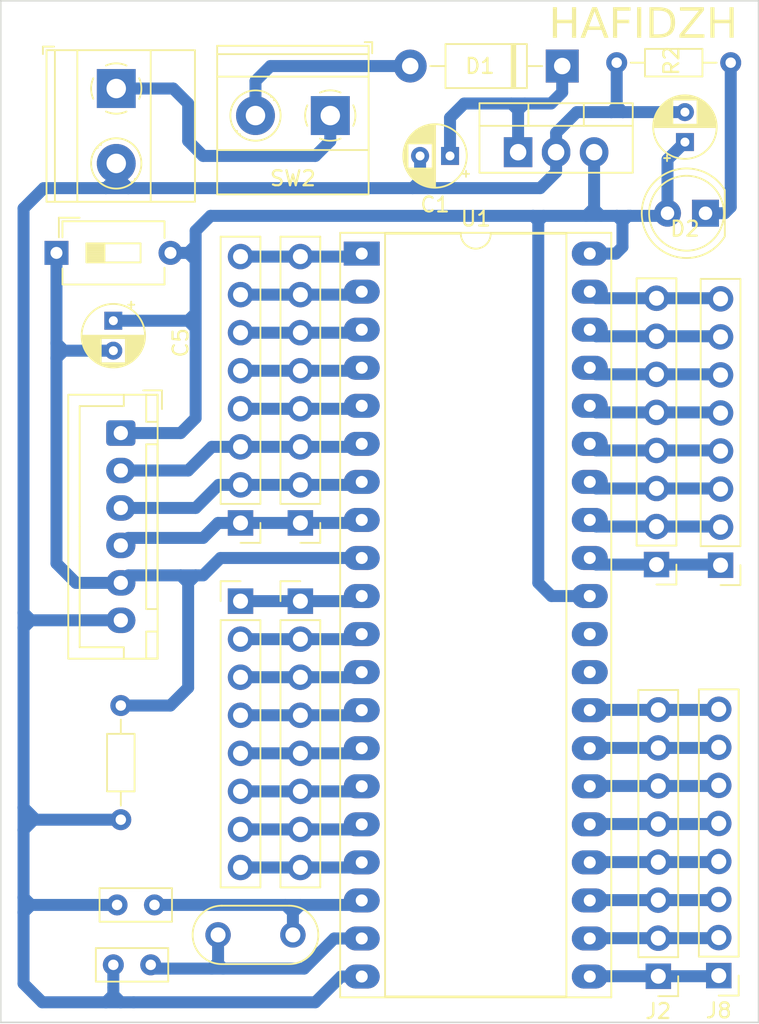
<source format=kicad_pcb>
(kicad_pcb (version 20240108) (generator "pcbnew") (generator_version "8.0")
  (layers (0 "F.Cu" signal) (31 "B.Cu" signal) (34 "B.Paste" user) (35 "F.Paste" user) (36 "B.SilkS" user "B.Silkscreen") (37 "F.SilkS" user "F.Silkscreen") (38 "B.Mask" user) (39 "F.Mask" user) (44 "Edge.Cuts" user))
  (net 0 "")
  (net 1 "GND")
  (net 2 "Net-(D1-K)")
  (net 3 "+5V")
  (net 4 "xtal1")
  (net 5 "xtal2")
  (net 6 "RST")
  (net 7 "Net-(D1-A)")
  (net 8 "Net-(D2-K)")
  (net 9 "+12V")
  (net 10 "/A14{slash}P2.6")
  (net 11 "/A11{slash}P2.3")
  (net 12 "/A10{slash}P2.2")
  (net 13 "/A8{slash}P2.0")
  (net 14 "/A13{slash}P2.5")
  (net 15 "/A9{slash}P2.1")
  (net 16 "/A12{slash}P2.4")
  (net 17 "/A15{slash}P2.7")
  (net 18 "/~{WR}{slash}P3.6")
  (net 19 "/T0{slash}P3.4")
  (net 20 "/~{INT1}{slash}P3.3")
  (net 21 "/TXD{slash}P3.1")
  (net 22 "/T1{slash}P3.5")
  (net 23 "/~{RD}{slash}P3.7")
  (net 24 "/RXD{slash}P3.0")
  (net 25 "/~{INT0}{slash}P3.2")
  (net 26 "/AD0{slash}P0.0")
  (net 27 "/AD2{slash}P0.2")
  (net 28 "/AD4{slash}P0.4")
  (net 29 "/AD5{slash}P0.5")
  (net 30 "/AD1{slash}P0.1")
  (net 31 "/AD7{slash}P0.7")
  (net 32 "/AD3{slash}P0.3")
  (net 33 "/AD6{slash}P0.6")
  (net 34 "/MISO{slash}P1.6")
  (net 35 "/SCK{slash}P1.7")
  (net 36 "/P1.0")
  (net 37 "/P1.4")
  (net 38 "/P1.2")
  (net 39 "/MOSI{slash}P1.5")
  (net 40 "/P1.3")
  (net 41 "/P1.1")
  (footprint "Connector_PinHeader_2.54mm:PinHeader_1x08_P2.54mm_Vertical" (layer "F.Cu") (at 110.08 82.32 180)
    (property "Reference" "J6" (hide yes))
    (property "Value" "P0")
    (pad "1" thru_hole rect (at 0 0 180) (size 1.7 1.7) (drill 1) (layers "*.Cu" "*.Mask") (net 31 "/AD7{slash}P0.7"))
    (pad "2" thru_hole oval (at 0 2.54 180) (size 1.7 1.7) (drill 1) (layers "*.Cu" "*.Mask") (net 33 "/AD6{slash}P0.6"))
    (pad "3" thru_hole oval (at 0 5.08 180) (size 1.7 1.7) (drill 1) (layers "*.Cu" "*.Mask") (net 29 "/AD5{slash}P0.5"))
    (pad "4" thru_hole oval (at 0 7.62 180) (size 1.7 1.7) (drill 1) (layers "*.Cu" "*.Mask") (net 28 "/AD4{slash}P0.4"))
    (pad "5" thru_hole oval (at 0 10.16 180) (size 1.7 1.7) (drill 1) (layers "*.Cu" "*.Mask") (net 32 "/AD3{slash}P0.3"))
    (pad "6" thru_hole oval (at 0 12.7 180) (size 1.7 1.7) (drill 1) (layers "*.Cu" "*.Mask") (net 27 "/AD2{slash}P0.2"))
    (pad "7" thru_hole oval (at 0 15.24 180) (size 1.7 1.7) (drill 1) (layers "*.Cu" "*.Mask") (net 30 "/AD1{slash}P0.1"))
    (pad "8" thru_hole oval (at 0 17.78 180) (size 1.7 1.7) (drill 1) (layers "*.Cu" "*.Mask") (net 26 "/AD0{slash}P0.0"))
  )
  (footprint "Capacitor_THT:CP_Radial_D4.0mm_P2.00mm" (layer "F.Cu") (at 107.7 54.075 90)
    (property "Reference" "C2" (hide yes))
    (property "Value" "10uF" (hide yes))
    (pad "1" thru_hole rect (at 0 0 90) (size 1.2 1.2) (drill 0.6) (layers "*.Cu" "*.Mask") (net 3 "+5V"))
    (pad "2" thru_hole circle (at 2 0 90) (size 1.2 1.2) (drill 0.6) (layers "*.Cu" "*.Mask") (net 1 "GND"))
  )
  (footprint "Connector_PinHeader_2.54mm:PinHeader_1x08_P2.54mm_Vertical" (layer "F.Cu") (at 82 84.72)
    (property "Reference" "J3" (hide yes))
    (property "Value" "P3" (hide yes))
    (pad "1" thru_hole rect (at 0 0) (size 1.7 1.7) (drill 1) (layers "*.Cu" "*.Mask") (net 24 "/RXD{slash}P3.0"))
    (pad "2" thru_hole oval (at 0 2.54) (size 1.7 1.7) (drill 1) (layers "*.Cu" "*.Mask") (net 21 "/TXD{slash}P3.1"))
    (pad "3" thru_hole oval (at 0 5.08) (size 1.7 1.7) (drill 1) (layers "*.Cu" "*.Mask") (net 25 "/~{INT0}{slash}P3.2"))
    (pad "4" thru_hole oval (at 0 7.62) (size 1.7 1.7) (drill 1) (layers "*.Cu" "*.Mask") (net 20 "/~{INT1}{slash}P3.3"))
    (pad "5" thru_hole oval (at 0 10.16) (size 1.7 1.7) (drill 1) (layers "*.Cu" "*.Mask") (net 19 "/T0{slash}P3.4"))
    (pad "6" thru_hole oval (at 0 12.7) (size 1.7 1.7) (drill 1) (layers "*.Cu" "*.Mask") (net 22 "/T1{slash}P3.5"))
    (pad "7" thru_hole oval (at 0 15.24) (size 1.7 1.7) (drill 1) (layers "*.Cu" "*.Mask") (net 18 "/~{WR}{slash}P3.6"))
    (pad "8" thru_hole oval (at 0 17.78) (size 1.7 1.7) (drill 1) (layers "*.Cu" "*.Mask") (net 23 "/~{RD}{slash}P3.7"))
  )
  (footprint "Connector_PinHeader_2.54mm:PinHeader_1x08_P2.54mm_Vertical" (layer "F.Cu") (at 78 79.5 180)
    (property "Reference" "J7" (hide yes))
    (property "Value" "P1")
    (pad "1" thru_hole rect (at 0 0 180) (size 1.7 1.7) (drill 1) (layers "*.Cu" "*.Mask") (net 35 "/SCK{slash}P1.7"))
    (pad "2" thru_hole oval (at 0 2.54 180) (size 1.7 1.7) (drill 1) (layers "*.Cu" "*.Mask") (net 34 "/MISO{slash}P1.6"))
    (pad "3" thru_hole oval (at 0 5.08 180) (size 1.7 1.7) (drill 1) (layers "*.Cu" "*.Mask") (net 39 "/MOSI{slash}P1.5"))
    (pad "4" thru_hole oval (at 0 7.62 180) (size 1.7 1.7) (drill 1) (layers "*.Cu" "*.Mask") (net 37 "/P1.4"))
    (pad "5" thru_hole oval (at 0 10.16 180) (size 1.7 1.7) (drill 1) (layers "*.Cu" "*.Mask") (net 40 "/P1.3"))
    (pad "6" thru_hole oval (at 0 12.7 180) (size 1.7 1.7) (drill 1) (layers "*.Cu" "*.Mask") (net 38 "/P1.2"))
    (pad "7" thru_hole oval (at 0 15.24 180) (size 1.7 1.7) (drill 1) (layers "*.Cu" "*.Mask") (net 41 "/P1.1"))
    (pad "8" thru_hole oval (at 0 17.78 180) (size 1.7 1.7) (drill 1) (layers "*.Cu" "*.Mask") (net 36 "/P1.0"))
  )
  (footprint "Capacitor_THT:CP_Radial_D4.0mm_P2.00mm" (layer "F.Cu") (at 69.5 66 -90)
    (property "Reference" "C5" (at 1.475 -4.5 90) (layer "F.SilkS"))
    (property "Value" "47uF" (hide yes))
    (pad "1" thru_hole rect (at 0 0 270) (size 1.2 1.2) (drill 0.6) (layers "*.Cu" "*.Mask") (net 3 "+5V"))
    (pad "2" thru_hole circle (at 2 0 270) (size 1.2 1.2) (drill 0.6) (layers "*.Cu" "*.Mask") (net 6 "RST"))
  )
  (footprint "Connector_PinHeader_2.54mm:PinHeader_1x08_P2.54mm_Vertical" (layer "F.Cu") (at 105.92 109.76 180)
    (property "Reference" "J2" (at 0 -2.33 0) (layer "F.SilkS"))
    (property "Value" "P2" (hide yes))
    (pad "1" thru_hole rect (at 0 0 180) (size 1.7 1.7) (drill 1) (layers "*.Cu" "*.Mask") (net 13 "/A8{slash}P2.0"))
    (pad "2" thru_hole oval (at 0 2.54 180) (size 1.7 1.7) (drill 1) (layers "*.Cu" "*.Mask") (net 15 "/A9{slash}P2.1"))
    (pad "3" thru_hole oval (at 0 5.08 180) (size 1.7 1.7) (drill 1) (layers "*.Cu" "*.Mask") (net 12 "/A10{slash}P2.2"))
    (pad "4" thru_hole oval (at 0 7.62 180) (size 1.7 1.7) (drill 1) (layers "*.Cu" "*.Mask") (net 11 "/A11{slash}P2.3"))
    (pad "5" thru_hole oval (at 0 10.16 180) (size 1.7 1.7) (drill 1) (layers "*.Cu" "*.Mask") (net 16 "/A12{slash}P2.4"))
    (pad "6" thru_hole oval (at 0 12.7 180) (size 1.7 1.7) (drill 1) (layers "*.Cu" "*.Mask") (net 14 "/A13{slash}P2.5"))
    (pad "7" thru_hole oval (at 0 15.24 180) (size 1.7 1.7) (drill 1) (layers "*.Cu" "*.Mask") (net 10 "/A14{slash}P2.6"))
    (pad "8" thru_hole oval (at 0 17.78 180) (size 1.7 1.7) (drill 1) (layers "*.Cu" "*.Mask") (net 17 "/A15{slash}P2.7"))
  )
  (footprint "TerminalBlock_Phoenix:TerminalBlock_Phoenix_MKDS-1,5-2_1x02_P5.00mm_Horizontal" (layer "F.Cu") (at 69.695 50.5 -90)
    (property "Reference" "J1" (hide yes))
    (property "Value" "xt con")
    (pad "1" thru_hole rect (at 0 0 270) (size 2.6 2.6) (drill 1.3) (layers "*.Cu" "*.Mask") (net 9 "+12V"))
    (pad "2" thru_hole circle (at 5 0 270) (size 2.6 2.6) (drill 1.3) (layers "*.Cu" "*.Mask") (net 1 "GND"))
  )
  (footprint "Resistor_THT:R_Axial_DIN0204_L3.6mm_D1.6mm_P7.62mm_Horizontal" (layer "F.Cu") (at 70 91.69 -90)
    (property "Reference" "R1" (hide yes))
    (property "Value" "10k")
    (pad "1" thru_hole circle (at 0 0 270) (size 1.4 1.4) (drill 0.7) (layers "*.Cu" "*.Mask") (net 6 "RST"))
    (pad "2" thru_hole oval (at 7.62 0 270) (size 1.4 1.4) (drill 0.7) (layers "*.Cu" "*.Mask") (net 1 "GND"))
  )
  (footprint "TerminalBlock_Phoenix:TerminalBlock_Phoenix_MKDS-1,5-2_1x02_P5.00mm_Horizontal" (layer "F.Cu") (at 84 52.305 180)
    (property "Reference" "SW2" (at 2.5 -4.195 0) (layer "F.SilkS"))
    (property "Value" "but" (hide yes))
    (pad "1" thru_hole rect (at 0 0 180) (size 2.6 2.6) (drill 1.3) (layers "*.Cu" "*.Mask") (net 9 "+12V"))
    (pad "2" thru_hole circle (at 5 0 180) (size 2.6 2.6) (drill 1.3) (layers "*.Cu" "*.Mask") (net 7 "Net-(D1-A)"))
  )
  (footprint "Capacitor_THT:CP_Radial_D4.0mm_P2.00mm" (layer "F.Cu") (at 92 55 180)
    (property "Reference" "C1" (at 1 -3.25 0) (layer "F.SilkS"))
    (property "Value" "4.7uF")
    (pad "1" thru_hole rect (at 0 0 180) (size 1.2 1.2) (drill 0.6) (layers "*.Cu" "*.Mask") (net 2 "Net-(D1-K)"))
    (pad "2" thru_hole circle (at 2 0 180) (size 1.2 1.2) (drill 0.6) (layers "*.Cu" "*.Mask") (net 1 "GND"))
  )
  (footprint "LED_THT:LED_D5.0mm" (layer "F.Cu") (at 109.075 58.825 180)
    (property "Reference" "D2" (at 1.375 -1.04 0) (layer "F.SilkS"))
    (property "Value" "LED" (hide yes))
    (pad "1" thru_hole rect (at 0 0 180) (size 1.8 1.8) (drill 0.9) (layers "*.Cu" "*.Mask") (net 8 "Net-(D2-K)"))
    (pad "2" thru_hole circle (at 2.54 0 180) (size 1.8 1.8) (drill 0.9) (layers "*.Cu" "*.Mask") (net 3 "+5V"))
  )
  (footprint "Package_DIP:DIP-40_W15.24mm_Socket_LongPads" (layer "F.Cu") (at 86.1 61.52)
    (property "Reference" "U1" (at 7.62 -2.33 0) (layer "F.SilkS"))
    (property "Value" "AT89S51-24PU")
    (pad "1" thru_hole rect (at 0 0) (size 2.4 1.6) (drill 0.8) (layers "*.Cu" "*.Mask") (net 36 "/P1.0"))
    (pad "2" thru_hole oval (at 0 2.54) (size 2.4 1.6) (drill 0.8) (layers "*.Cu" "*.Mask") (net 41 "/P1.1"))
    (pad "3" thru_hole oval (at 0 5.08) (size 2.4 1.6) (drill 0.8) (layers "*.Cu" "*.Mask") (net 38 "/P1.2"))
    (pad "4" thru_hole oval (at 0 7.62) (size 2.4 1.6) (drill 0.8) (layers "*.Cu" "*.Mask") (net 40 "/P1.3"))
    (pad "5" thru_hole oval (at 0 10.16) (size 2.4 1.6) (drill 0.8) (layers "*.Cu" "*.Mask") (net 37 "/P1.4"))
    (pad "6" thru_hole oval (at 0 12.7) (size 2.4 1.6) (drill 0.8) (layers "*.Cu" "*.Mask") (net 39 "/MOSI{slash}P1.5"))
    (pad "7" thru_hole oval (at 0 15.24) (size 2.4 1.6) (drill 0.8) (layers "*.Cu" "*.Mask") (net 34 "/MISO{slash}P1.6"))
    (pad "8" thru_hole oval (at 0 17.78) (size 2.4 1.6) (drill 0.8) (layers "*.Cu" "*.Mask") (net 35 "/SCK{slash}P1.7"))
    (pad "9" thru_hole oval (at 0 20.32) (size 2.4 1.6) (drill 0.8) (layers "*.Cu" "*.Mask") (net 6 "RST"))
    (pad "10" thru_hole oval (at 0 22.86) (size 2.4 1.6) (drill 0.8) (layers "*.Cu" "*.Mask") (net 24 "/RXD{slash}P3.0"))
    (pad "11" thru_hole oval (at 0 25.4) (size 2.4 1.6) (drill 0.8) (layers "*.Cu" "*.Mask") (net 21 "/TXD{slash}P3.1"))
    (pad "12" thru_hole oval (at 0 27.94) (size 2.4 1.6) (drill 0.8) (layers "*.Cu" "*.Mask") (net 25 "/~{INT0}{slash}P3.2"))
    (pad "13" thru_hole oval (at 0 30.48) (size 2.4 1.6) (drill 0.8) (layers "*.Cu" "*.Mask") (net 20 "/~{INT1}{slash}P3.3"))
    (pad "14" thru_hole oval (at 0 33.02) (size 2.4 1.6) (drill 0.8) (layers "*.Cu" "*.Mask") (net 19 "/T0{slash}P3.4"))
    (pad "15" thru_hole oval (at 0 35.56) (size 2.4 1.6) (drill 0.8) (layers "*.Cu" "*.Mask") (net 22 "/T1{slash}P3.5"))
    (pad "16" thru_hole oval (at 0 38.1) (size 2.4 1.6) (drill 0.8) (layers "*.Cu" "*.Mask") (net 18 "/~{WR}{slash}P3.6"))
    (pad "17" thru_hole oval (at 0 40.64) (size 2.4 1.6) (drill 0.8) (layers "*.Cu" "*.Mask") (net 23 "/~{RD}{slash}P3.7"))
    (pad "18" thru_hole oval (at 0 43.18) (size 2.4 1.6) (drill 0.8) (layers "*.Cu" "*.Mask") (net 5 "xtal2"))
    (pad "19" thru_hole oval (at 0 45.72) (size 2.4 1.6) (drill 0.8) (layers "*.Cu" "*.Mask") (net 4 "xtal1"))
    (pad "20" thru_hole oval (at 0 48.26) (size 2.4 1.6) (drill 0.8) (layers "*.Cu" "*.Mask") (net 1 "GND"))
    (pad "21" thru_hole oval (at 15.24 48.26) (size 2.4 1.6) (drill 0.8) (layers "*.Cu" "*.Mask") (net 13 "/A8{slash}P2.0"))
    (pad "22" thru_hole oval (at 15.24 45.72) (size 2.4 1.6) (drill 0.8) (layers "*.Cu" "*.Mask") (net 15 "/A9{slash}P2.1"))
    (pad "23" thru_hole oval (at 15.24 43.18) (size 2.4 1.6) (drill 0.8) (layers "*.Cu" "*.Mask") (net 12 "/A10{slash}P2.2"))
    (pad "24" thru_hole oval (at 15.24 40.64) (size 2.4 1.6) (drill 0.8) (layers "*.Cu" "*.Mask") (net 11 "/A11{slash}P2.3"))
    (pad "25" thru_hole oval (at 15.24 38.1) (size 2.4 1.6) (drill 0.8) (layers "*.Cu" "*.Mask") (net 16 "/A12{slash}P2.4"))
    (pad "26" thru_hole oval (at 15.24 35.56) (size 2.4 1.6) (drill 0.8) (layers "*.Cu" "*.Mask") (net 14 "/A13{slash}P2.5"))
    (pad "27" thru_hole oval (at 15.24 33.02) (size 2.4 1.6) (drill 0.8) (layers "*.Cu" "*.Mask") (net 10 "/A14{slash}P2.6"))
    (pad "28" thru_hole oval (at 15.24 30.48) (size 2.4 1.6) (drill 0.8) (layers "*.Cu" "*.Mask") (net 17 "/A15{slash}P2.7"))
    (pad "29" thru_hole oval (at 15.24 27.94) (size 2.4 1.6) (drill 0.8) (layers "*.Cu" "*.Mask"))
    (pad "30" thru_hole oval (at 15.24 25.4) (size 2.4 1.6) (drill 0.8) (layers "*.Cu" "*.Mask"))
    (pad "31" thru_hole oval (at 15.24 22.86) (size 2.4 1.6) (drill 0.8) (layers "*.Cu" "*.Mask") (net 3 "+5V"))
    (pad "32" thru_hole oval (at 15.24 20.32) (size 2.4 1.6) (drill 0.8) (layers "*.Cu" "*.Mask") (net 31 "/AD7{slash}P0.7"))
    (pad "33" thru_hole oval (at 15.24 17.78) (size 2.4 1.6) (drill 0.8) (layers "*.Cu" "*.Mask") (net 33 "/AD6{slash}P0.6"))
    (pad "34" thru_hole oval (at 15.24 15.24) (size 2.4 1.6) (drill 0.8) (layers "*.Cu" "*.Mask") (net 29 "/AD5{slash}P0.5"))
    (pad "35" thru_hole oval (at 15.24 12.7) (size 2.4 1.6) (drill 0.8) (layers "*.Cu" "*.Mask") (net 28 "/AD4{slash}P0.4"))
    (pad "36" thru_hole oval (at 15.24 10.16) (size 2.4 1.6) (drill 0.8) (layers "*.Cu" "*.Mask") (net 32 "/AD3{slash}P0.3"))
    (pad "37" thru_hole oval (at 15.24 7.62) (size 2.4 1.6) (drill 0.8) (layers "*.Cu" "*.Mask") (net 27 "/AD2{slash}P0.2"))
    (pad "38" thru_hole oval (at 15.24 5.08) (size 2.4 1.6) (drill 0.8) (layers "*.Cu" "*.Mask") (net 30 "/AD1{slash}P0.1"))
    (pad "39" thru_hole oval (at 15.24 2.54) (size 2.4 1.6) (drill 0.8) (layers "*.Cu" "*.Mask") (net 26 "/AD0{slash}P0.0"))
    (pad "40" thru_hole oval (at 15.24 0) (size 2.4 1.6) (drill 0.8) (layers "*.Cu" "*.Mask") (net 3 "+5V"))
  )
  (footprint "Connector_PinHeader_2.54mm:PinHeader_1x08_P2.54mm_Vertical" (layer "F.Cu") (at 78 84.72)
    (property "Reference" "J9" (hide yes))
    (property "Value" "P3" (hide yes))
    (pad "1" thru_hole rect (at 0 0) (size 1.7 1.7) (drill 1) (layers "*.Cu" "*.Mask") (net 24 "/RXD{slash}P3.0"))
    (pad "2" thru_hole oval (at 0 2.54) (size 1.7 1.7) (drill 1) (layers "*.Cu" "*.Mask") (net 21 "/TXD{slash}P3.1"))
    (pad "3" thru_hole oval (at 0 5.08) (size 1.7 1.7) (drill 1) (layers "*.Cu" "*.Mask") (net 25 "/~{INT0}{slash}P3.2"))
    (pad "4" thru_hole oval (at 0 7.62) (size 1.7 1.7) (drill 1) (layers "*.Cu" "*.Mask") (net 20 "/~{INT1}{slash}P3.3"))
    (pad "5" thru_hole oval (at 0 10.16) (size 1.7 1.7) (drill 1) (layers "*.Cu" "*.Mask") (net 19 "/T0{slash}P3.4"))
    (pad "6" thru_hole oval (at 0 12.7) (size 1.7 1.7) (drill 1) (layers "*.Cu" "*.Mask") (net 22 "/T1{slash}P3.5"))
    (pad "7" thru_hole oval (at 0 15.24) (size 1.7 1.7) (drill 1) (layers "*.Cu" "*.Mask") (net 18 "/~{WR}{slash}P3.6"))
    (pad "8" thru_hole oval (at 0 17.78) (size 1.7 1.7) (drill 1) (layers "*.Cu" "*.Mask") (net 23 "/~{RD}{slash}P3.7"))
  )
  (footprint "Capacitor_THT:C_Rect_L4.6mm_W2.0mm_P2.50mm_MKS02_FKP02" (layer "F.Cu") (at 69.75 105)
    (property "Reference" "C4" (hide yes))
    (property "Value" "30pF")
    (pad "1" thru_hole circle (at 0 0) (size 1.4 1.4) (drill 0.7) (layers "*.Cu" "*.Mask") (net 1 "GND"))
    (pad "2" thru_hole circle (at 2.5 0) (size 1.4 1.4) (drill 0.7) (layers "*.Cu" "*.Mask") (net 5 "xtal2"))
  )
  (footprint "Crystal:Resonator-2Pin_W8.0mm_H3.5mm" (layer "F.Cu") (at 81.5 107 180)
    (property "Reference" "Y1" (hide yes))
    (property "Value" "12MHz" (hide yes))
    (pad "1" thru_hole circle (at 0 0 180) (size 1.7 1.7) (drill 1) (layers "*.Cu" "*.Mask") (net 5 "xtal2"))
    (pad "2" thru_hole circle (at 5 0 180) (size 1.7 1.7) (drill 1) (layers "*.Cu" "*.Mask") (net 4 "xtal1"))
  )
  (footprint "Button_Switch_THT:SW_DIP_SPSTx01_Slide_6.7x4.1mm_W7.62mm_P2.54mm_LowProfile" (layer "F.Cu") (at 65.7 61.472599)
    (property "Reference" "SW1" (hide yes))
    (property "Value" "SW_Push")
    (pad "1" thru_hole rect (at 0 0) (size 1.6 1.6) (drill 0.8) (layers "*.Cu" "*.Mask") (net 6 "RST"))
    (pad "2" thru_hole oval (at 7.62 0) (size 1.6 1.6) (drill 0.8) (layers "*.Cu" "*.Mask") (net 3 "+5V"))
  )
  (footprint "Diode_THT:D_DO-41_SOD81_P10.16mm_Horizontal" (layer "F.Cu") (at 99.5 49 180)
    (property "Reference" "D1" (at 5.5 0 0) (layer "F.SilkS"))
    (property "Value" "1N4007")
    (pad "1" thru_hole rect (at 0 0 180) (size 2.2 2.2) (drill 1.1) (layers "*.Cu" "*.Mask") (net 2 "Net-(D1-K)"))
    (pad "2" thru_hole oval (at 10.16 0 180) (size 2.2 2.2) (drill 1.1) (layers "*.Cu" "*.Mask") (net 7 "Net-(D1-A)"))
  )
  (footprint "Connector_PinHeader_2.54mm:PinHeader_1x08_P2.54mm_Vertical" (layer "F.Cu") (at 82 79.5 180)
    (property "Reference" "J5" (hide yes))
    (property "Value" "P1")
    (pad "1" thru_hole rect (at 0 0 180) (size 1.7 1.7) (drill 1) (layers "*.Cu" "*.Mask") (net 35 "/SCK{slash}P1.7"))
    (pad "2" thru_hole oval (at 0 2.54 180) (size 1.7 1.7) (drill 1) (layers "*.Cu" "*.Mask") (net 34 "/MISO{slash}P1.6"))
    (pad "3" thru_hole oval (at 0 5.08 180) (size 1.7 1.7) (drill 1) (layers "*.Cu" "*.Mask") (net 39 "/MOSI{slash}P1.5"))
    (pad "4" thru_hole oval (at 0 7.62 180) (size 1.7 1.7) (drill 1) (layers "*.Cu" "*.Mask") (net 37 "/P1.4"))
    (pad "5" thru_hole oval (at 0 10.16 180) (size 1.7 1.7) (drill 1) (layers "*.Cu" "*.Mask") (net 40 "/P1.3"))
    (pad "6" thru_hole oval (at 0 12.7 180) (size 1.7 1.7) (drill 1) (layers "*.Cu" "*.Mask") (net 38 "/P1.2"))
    (pad "7" thru_hole oval (at 0 15.24 180) (size 1.7 1.7) (drill 1) (layers "*.Cu" "*.Mask") (net 41 "/P1.1"))
    (pad "8" thru_hole oval (at 0 17.78 180) (size 1.7 1.7) (drill 1) (layers "*.Cu" "*.Mask") (net 36 "/P1.0"))
  )
  (footprint "Connector_PinHeader_2.54mm:PinHeader_1x08_P2.54mm_Vertical" (layer "F.Cu") (at 105.8 82.28 180)
    (property "Reference" "J4" (hide yes))
    (property "Value" "P0")
    (pad "1" thru_hole rect (at 0 0 180) (size 1.7 1.7) (drill 1) (layers "*.Cu" "*.Mask") (net 31 "/AD7{slash}P0.7"))
    (pad "2" thru_hole oval (at 0 2.54 180) (size 1.7 1.7) (drill 1) (layers "*.Cu" "*.Mask") (net 33 "/AD6{slash}P0.6"))
    (pad "3" thru_hole oval (at 0 5.08 180) (size 1.7 1.7) (drill 1) (layers "*.Cu" "*.Mask") (net 29 "/AD5{slash}P0.5"))
    (pad "4" thru_hole oval (at 0 7.62 180) (size 1.7 1.7) (drill 1) (layers "*.Cu" "*.Mask") (net 28 "/AD4{slash}P0.4"))
    (pad "5" thru_hole oval (at 0 10.16 180) (size 1.7 1.7) (drill 1) (layers "*.Cu" "*.Mask") (net 32 "/AD3{slash}P0.3"))
    (pad "6" thru_hole oval (at 0 12.7 180) (size 1.7 1.7) (drill 1) (layers "*.Cu" "*.Mask") (net 27 "/AD2{slash}P0.2"))
    (pad "7" thru_hole oval (at 0 15.24 180) (size 1.7 1.7) (drill 1) (layers "*.Cu" "*.Mask") (net 30 "/AD1{slash}P0.1"))
    (pad "8" thru_hole oval (at 0 17.78 180) (size 1.7 1.7) (drill 1) (layers "*.Cu" "*.Mask") (net 26 "/AD0{slash}P0.0"))
  )
  (footprint "Connector_PinHeader_2.54mm:PinHeader_1x08_P2.54mm_Vertical" (layer "F.Cu") (at 109.96 109.72 180)
    (property "Reference" "J8" (at 0 -2.33 0) (layer "F.SilkS"))
    (property "Value" "P2")
    (pad "1" thru_hole rect (at 0 0 180) (size 1.7 1.7) (drill 1) (layers "*.Cu" "*.Mask") (net 13 "/A8{slash}P2.0"))
    (pad "2" thru_hole oval (at 0 2.54 180) (size 1.7 1.7) (drill 1) (layers "*.Cu" "*.Mask") (net 15 "/A9{slash}P2.1"))
    (pad "3" thru_hole oval (at 0 5.08 180) (size 1.7 1.7) (drill 1) (layers "*.Cu" "*.Mask") (net 12 "/A10{slash}P2.2"))
    (pad "4" thru_hole oval (at 0 7.62 180) (size 1.7 1.7) (drill 1) (layers "*.Cu" "*.Mask") (net 11 "/A11{slash}P2.3"))
    (pad "5" thru_hole oval (at 0 10.16 180) (size 1.7 1.7) (drill 1) (layers "*.Cu" "*.Mask") (net 16 "/A12{slash}P2.4"))
    (pad "6" thru_hole oval (at 0 12.7 180) (size 1.7 1.7) (drill 1) (layers "*.Cu" "*.Mask") (net 14 "/A13{slash}P2.5"))
    (pad "7" thru_hole oval (at 0 15.24 180) (size 1.7 1.7) (drill 1) (layers "*.Cu" "*.Mask") (net 10 "/A14{slash}P2.6"))
    (pad "8" thru_hole oval (at 0 17.78 180) (size 1.7 1.7) (drill 1) (layers "*.Cu" "*.Mask") (net 17 "/A15{slash}P2.7"))
  )
  (footprint "Resistor_THT:R_Axial_DIN0204_L3.6mm_D1.6mm_P7.62mm_Horizontal" (layer "F.Cu") (at 110.76 48.775 180)
    (property "Reference" "R2" (at 3.96 0.125 90) (layer "F.SilkS"))
    (property "Value" "100" (hide yes))
    (pad "1" thru_hole circle (at 0 0 180) (size 1.4 1.4) (drill 0.7) (layers "*.Cu" "*.Mask") (net 8 "Net-(D2-K)"))
    (pad "2" thru_hole oval (at 7.62 0 180) (size 1.4 1.4) (drill 0.7) (layers "*.Cu" "*.Mask") (net 1 "GND"))
  )
  (footprint "Package_TO_SOT_THT:TO-220-3_Vertical" (layer "F.Cu") (at 96.55 54.75)
    (property "Reference" "U2" (hide yes))
    (property "Value" "LM7805")
    (pad "1" thru_hole rect (at 0 0) (size 1.905 2) (drill 1.1) (layers "*.Cu" "*.Mask") (net 2 "Net-(D1-K)"))
    (pad "2" thru_hole oval (at 2.54 0) (size 1.905 2) (drill 1.1) (layers "*.Cu" "*.Mask") (net 1 "GND"))
    (pad "3" thru_hole oval (at 5.08 0) (size 1.905 2) (drill 1.1) (layers "*.Cu" "*.Mask") (net 3 "+5V"))
  )
  (footprint "Connector_JST:JST_XH_B6B-XH-A_1x06_P2.50mm_Vertical" (layer "F.Cu") (at 70 73.5 -90)
    (property "Reference" "J10" (hide yes))
    (property "Value" "jst" (hide yes))
    (pad "1" thru_hole roundrect (at 0 0 270) (size 1.7 1.95) (drill 0.95) (layers "*.Cu" "*.Mask") (roundrect_rratio 0.147059) (net 3 "+5V"))
    (pad "2" thru_hole oval (at 2.5 0 270) (size 1.7 1.95) (drill 0.95) (layers "*.Cu" "*.Mask") (net 39 "/MOSI{slash}P1.5"))
    (pad "3" thru_hole oval (at 5 0 270) (size 1.7 1.95) (drill 0.95) (layers "*.Cu" "*.Mask") (net 34 "/MISO{slash}P1.6"))
    (pad "4" thru_hole oval (at 7.5 0 270) (size 1.7 1.95) (drill 0.95) (layers "*.Cu" "*.Mask") (net 35 "/SCK{slash}P1.7"))
    (pad "5" thru_hole oval (at 10 0 270) (size 1.7 1.95) (drill 0.95) (layers "*.Cu" "*.Mask") (net 6 "RST"))
    (pad "6" thru_hole oval (at 12.5 0 270) (size 1.7 1.95) (drill 0.95) (layers "*.Cu" "*.Mask") (net 1 "GND"))
  )
  (footprint "Capacitor_THT:C_Rect_L4.6mm_W2.0mm_P2.50mm_MKS02_FKP02" (layer "F.Cu") (at 72 109 180)
    (property "Reference" "C3" (hide yes))
    (property "Value" "30pF")
    (pad "1" thru_hole circle (at 0 0 180) (size 1.4 1.4) (drill 0.7) (layers "*.Cu" "*.Mask") (net 4 "xtal1"))
    (pad "2" thru_hole circle (at 2.5 0 180) (size 1.4 1.4) (drill 0.7) (layers "*.Cu" "*.Mask") (net 1 "GND"))
  )
  (gr_rect (start 61.976 44.6405) (end 112.617 112.8395) (stroke (width 0.1)) (fill none) (layer "Edge.Cuts"))
  (gr_text "HAFIDZH" (at 98.6 47.45 0) (layer "F.SilkS") (effects (font (size 2 2)) (justify left bottom)))
  (segment (start 99.09 54.75) (end 99.09 56.085) (width 0.8) (layer "B.Cu") (net 1))
  (segment (start 63.5 58.5) (end 64.85 57.15) (width 0.8) (layer "B.Cu") (net 1))
  (segment (start 64.75 111.5) (end 69 111.5) (width 0.8) (layer "B.Cu") (net 1))
  (segment (start 69.5 111) (end 70 111.5) (width 0.8) (layer "B.Cu") (net 1))
  (segment (start 69.5 109) (end 69.5 110.5) (width 0.8) (layer "B.Cu") (net 1))
  (segment (start 99.09 53.46) (end 100.475 52.075) (width 0.8) (layer "B.Cu") (net 1))
  (segment (start 98.025 57.15) (end 90.5 57.15) (width 0.8) (layer "B.Cu") (net 1))
  (segment (start 63.5 110.25) (end 64.75 111.5) (width 0.8) (layer "B.Cu") (net 1))
  (segment (start 63.5 100) (end 63.5 104.5) (width 0.8) (layer "B.Cu") (net 1))
  (segment (start 64.85 57.15) (end 69 57.15) (width 0.8) (layer "B.Cu") (net 1))
  (segment (start 64 105) (end 63.5 104.5) (width 0.8) (layer "B.Cu") (net 1))
  (segment (start 64 105) (end 63.5 105.5) (width 0.8) (layer "B.Cu") (net 1))
  (segment (start 70 111.5) (end 69 111.5) (width 0.8) (layer "B.Cu") (net 1))
  (segment (start 103.14 51.3) (end 103.14 51.71) (width 0.8) (layer "B.Cu") (net 1))
  (segment (start 84.72 109.78) (end 86.1 109.78) (width 0.8) (layer "B.Cu") (net 1))
  (segment (start 64.19 99.31) (end 63.5 100) (width 0.8) (layer "B.Cu") (net 1))
  (segment (start 90 56.65) (end 89.5 57.15) (width 0.8) (layer "B.Cu") (net 1))
  (segment (start 64 86) (end 63.5 86.5) (width 0.8) (layer "B.Cu") (net 1))
  (segment (start 99.09 54.75) (end 99.09 53.46) (width 0.8) (layer "B.Cu") (net 1))
  (segment (start 69.5 111) (end 69 111.5) (width 0.8) (layer "B.Cu") (net 1))
  (segment (start 103.14 51.665) (end 103.55 52.075) (width 0.8) (layer "B.Cu") (net 1))
  (segment (start 63.5 98.5) (end 63.5 100) (width 0.8) (layer "B.Cu") (net 1))
  (segment (start 63.5 86.5) (end 63.5 98.5) (width 0.8) (layer "B.Cu") (net 1))
  (segment (start 100.475 52.075) (end 102.775 52.075) (width 0.8) (layer "B.Cu") (net 1))
  (segment (start 70.5 57.15) (end 89.5 57.15) (width 0.8) (layer "B.Cu") (net 1))
  (segment (start 69.75 105) (end 64 105) (width 0.8) (layer "B.Cu") (net 1))
  (segment (start 103.14 51.71) (end 102.775 52.075) (width 0.8) (layer "B.Cu") (net 1))
  (segment (start 69.695 56.455) (end 69 57.15) (width 0.8) (layer "B.Cu") (net 1))
  (segment (start 70 99.31) (end 64.31 99.31) (width 0.8) (layer "B.Cu") (net 1))
  (segment (start 70 86) (end 64 86) (width 0.8) (layer "B.Cu") (net 1))
  (segment (start 83 111.5) (end 84.72 109.78) (width 0.8) (layer "B.Cu") (net 1))
  (segment (start 63.5 105.5) (end 63.5 110.25) (width 0.8) (layer "B.Cu") (net 1))
  (segment (start 102.775 52.075) (end 103.55 52.075) (width 0.8) (layer "B.Cu") (net 1))
  (segment (start 64.31 99.31) (end 63.5 98.5) (width 0.8) (layer "B.Cu") (net 1))
  (segment (start 63.5 86.5) (end 63.5 85.5) (width 0.8) (layer "B.Cu") (net 1))
  (segment (start 63.5 85.5) (end 63.5 58.5) (width 0.8) (layer "B.Cu") (net 1))
  (segment (start 69.695 56.345) (end 70.5 57.15) (width 0.8) (layer "B.Cu") (net 1))
  (segment (start 70.858 111.5) (end 83 111.5) (width 0.8) (layer "B.Cu") (net 1))
  (segment (start 63.5 104.5) (end 63.5 105.5) (width 0.8) (layer "B.Cu") (net 1))
  (segment (start 69.5 110.5) (end 69.5 111) (width 0.8) (layer "B.Cu") (net 1))
  (segment (start 99.09 56.085) (end 98.025 57.15) (width 0.8) (layer "B.Cu") (net 1))
  (segment (start 103.14 48.775) (end 103.14 51.3) (width 0.8) (layer "B.Cu") (net 1))
  (segment (start 90 56.65) (end 90.5 57.15) (width 0.8) (layer "B.Cu") (net 1))
  (segment (start 103.55 52.075) (end 107.7 52.075) (width 0.8) (layer "B.Cu") (net 1))
  (segment (start 64 86) (end 63.5 85.5) (width 0.8) (layer "B.Cu") (net 1))
  (segment (start 90.5 57.15) (end 89.5 57.15) (width 0.8) (layer "B.Cu") (net 1))
  (segment (start 103.14 51.3) (end 103.14 51.665) (width 0.8) (layer "B.Cu") (net 1))
  (segment (start 69.695 55.5) (end 69.695 56.345) (width 0.8) (layer "B.Cu") (net 1))
  (segment (start 69.695 55.5) (end 69.695 56.455) (width 0.8) (layer "B.Cu") (net 1))
  (segment (start 70.858 111.5) (end 70 111.5) (width 0.8) (layer "B.Cu") (net 1))
  (segment (start 90 55) (end 90 56.65) (width 0.8) (layer "B.Cu") (net 1))
  (segment (start 69 57.15) (end 70.5 57.15) (width 0.8) (layer "B.Cu") (net 1))
  (segment (start 64.31 99.31) (end 64.19 99.31) (width 0.8) (layer "B.Cu") (net 1))
  (segment (start 92 52.45) (end 92.95 51.5) (width 0.8) (layer "B.Cu") (net 2))
  (segment (start 97 51.5) (end 98.75 51.5) (width 0.8) (layer "B.Cu") (net 2))
  (segment (start 96.55 54.75) (end 96.55 51.95) (width 0.8) (layer "B.Cu") (net 2))
  (segment (start 92.95 51.5) (end 96.1 51.5) (width 0.8) (layer "B.Cu") (net 2))
  (segment (start 99.5 50.75) (end 99.5 49) (width 0.8) (layer "B.Cu") (net 2))
  (segment (start 92 55) (end 92 52.45) (width 0.8) (layer "B.Cu") (net 2))
  (segment (start 96.1 51.5) (end 97 51.5) (width 0.8) (layer "B.Cu") (net 2))
  (segment (start 96.55 51.95) (end 96.1 51.5) (width 0.8) (layer "B.Cu") (net 2))
  (segment (start 98.75 51.5) (end 99.5 50.75) (width 0.8) (layer "B.Cu") (net 2))
  (segment (start 96.55 51.95) (end 97 51.5) (width 0.8) (layer "B.Cu") (net 2))
  (segment (start 101.63 58.47) (end 101.63 58.555) (width 0.8) (layer "B.Cu") (net 3))
  (segment (start 70 73.5) (end 74 73.5) (width 0.8) (layer "B.Cu") (net 3))
  (segment (start 97.9 59.35) (end 97.55 59) (width 0.8) (layer "B.Cu") (net 3))
  (segment (start 101.63 58.555) (end 102.075 59) (width 0.8) (layer "B.Cu") (net 3))
  (segment (start 106.5 58.825) (end 106.325 59) (width 0.8) (layer "B.Cu") (net 3))
  (segment (start 101.63 58.47) (end 101.1 59) (width 0.8) (layer "B.Cu") (net 3))
  (segment (start 101.63 54.75) (end 101.63 58.47) (width 0.8) (layer "B.Cu") (net 3))
  (segment (start 97.9 83.5) (end 97.9 59.35) (width 0.8) (layer "B.Cu") (net 3))
  (segment (start 98.78 84.38) (end 97.9 83.5) (width 0.8) (layer "B.Cu") (net 3))
  (segment (start 74.5 66) (end 75 66.5) (width 0.8) (layer "B.Cu") (net 3))
  (segment (start 74 73.5) (end 75 72.5) (width 0.8) (layer "B.Cu") (net 3))
  (segment (start 101.1 59) (end 97.55 59) (width 0.8) (layer "B.Cu") (net 3))
  (segment (start 103.525 61.075) (end 103.525 59.375) (width 0.8) (layer "B.Cu") (net 3))
  (segment (start 73.32 61.472599) (end 74.5 61.472599) (width 0.8) (layer "B.Cu") (net 3))
  (segment (start 75 72.5) (end 75 66.5) (width 0.8) (layer "B.Cu") (net 3))
  (segment (start 106.325 59) (end 104.05 59) (width 0.8) (layer "B.Cu") (net 3))
  (segment (start 74.5 61.472599) (end 75 60.972599) (width 0.8) (layer "B.Cu") (net 3))
  (segment (start 103.9 59) (end 104.05 59) (width 0.8) (layer "B.Cu") (net 3))
  (segment (start 103.08 61.52) (end 103.525 61.075) (width 0.8) (layer "B.Cu") (net 3))
  (segment (start 104.05 59) (end 103.15 59) (width 0.8) (layer "B.Cu") (net 3))
  (segment (start 103.525 59.375) (end 103.15 59) (width 0.8) (layer "B.Cu") (net 3))
  (segment (start 75 65.5) (end 75 61.972599) (width 0.8) (layer "B.Cu") (net 3))
  (segment (start 97.55 59) (end 76 59) (width 0.8) (layer "B.Cu") (net 3))
  (segment (start 106.535 58.825) (end 106.535 55.24) (width 0.8) (layer "B.Cu") (net 3))
  (segment (start 74.5 66) (end 75 65.5) (width 0.8) (layer "B.Cu") (net 3))
  (segment (start 103.15 59) (end 102.075 59) (width 0.8) (layer "B.Cu") (net 3))
  (segment (start 74.5 61.472599) (end 75 61.972599) (width 0.8) (layer "B.Cu") (net 3))
  (segment (start 102.075 59) (end 101.1 59) (width 0.8) (layer "B.Cu") (net 3))
  (segment (start 76 59) (end 75 60) (width 0.8) (layer "B.Cu") (net 3))
  (segment (start 106.535 58.825) (end 106.5 58.825) (width 0.8) (layer "B.Cu") (net 3))
  (segment (start 75 60.972599) (end 75 61.972599) (width 0.8) (layer "B.Cu") (net 3))
  (segment (start 101.34 61.52) (end 103.08 61.52) (width 0.8) (layer "B.Cu") (net 3))
  (segment (start 75 60) (end 75 60.972599) (width 0.8) (layer "B.Cu") (net 3))
  (segment (start 69.5 66) (end 74.5 66) (width 0.8) (layer "B.Cu") (net 3))
  (segment (start 103.525 59.375) (end 103.9 59) (width 0.8) (layer "B.Cu") (net 3))
  (segment (start 75 66.5) (end 75 65.5) (width 0.8) (layer "B.Cu") (net 3))
  (segment (start 101.34 84.38) (end 98.78 84.38) (width 0.8) (layer "B.Cu") (net 3))
  (segment (start 97.9 59.35) (end 98.25 59) (width 0.8) (layer "B.Cu") (net 3))
  (segment (start 106.5 58.825) (end 106.2 59.125) (width 0.8) (layer "B.Cu") (net 3))
  (segment (start 106.535 55.24) (end 107.7 54.075) (width 0.8) (layer "B.Cu") (net 3))
  (segment (start 72.25 109.25) (end 76.073 109.25) (width 0.8) (layer "B.Cu") (net 4))
  (segment (start 76.073 109.25) (end 76.835 109.25) (width 0.8) (layer "B.Cu") (net 4))
  (segment (start 76.5 108.915) (end 76.835 109.25) (width 0.8) (layer "B.Cu") (net 4))
  (segment (start 76.5 108.823) (end 76.073 109.25) (width 0.8) (layer "B.Cu") (net 4))
  (segment (start 84.26 107.24) (end 86.1 107.24) (width 0.8) (layer "B.Cu") (net 4))
  (segment (start 82.25 109.25) (end 84.26 107.24) (width 0.8) (layer "B.Cu") (net 4))
  (segment (start 76.5 108.823) (end 76.5 108.915) (width 0.8) (layer "B.Cu") (net 4))
  (segment (start 76.5 107) (end 76.5 108.823) (width 0.8) (layer "B.Cu") (net 4))
  (segment (start 76.835 109.25) (end 82.25 109.25) (width 0.8) (layer "B.Cu") (net 4))
  (segment (start 81.5 105.5) (end 82 105) (width 0.8) (layer "B.Cu") (net 5))
  (segment (start 81.5 105.5) (end 81 105) (width 0.8) (layer "B.Cu") (net 5))
  (segment (start 81 105) (end 82 105) (width 0.8) (layer "B.Cu") (net 5))
  (segment (start 81.5 107) (end 81.5 105.5) (width 0.8) (layer "B.Cu") (net 5))
  (segment (start 82 105) (end 85.8 105) (width 0.8) (layer "B.Cu") (net 5))
  (segment (start 85.8 105) (end 86.1 104.7) (width 0.8) (layer "B.Cu") (net 5))
  (segment (start 72.25 105) (end 81 105) (width 0.8) (layer "B.Cu") (net 5))
  (segment (start 74 83) (end 75 83) (width 0.8) (layer "B.Cu") (net 6))
  (segment (start 67 83.5) (end 70 83.5) (width 0.8) (layer "B.Cu") (net 6))
  (segment (start 73.31 91.69) (end 74.5 90.5) (width 0.8) (layer "B.Cu") (net 6))
  (segment (start 75 83) (end 75.5 83) (width 0.8) (layer "B.Cu") (net 6))
  (segment (start 74.5 90.5) (end 74.5 83.5) (width 0.8) (layer "B.Cu") (net 6))
  (segment (start 70.5 83) (end 74 83) (width 0.8) (layer "B.Cu") (net 6))
  (segment (start 75.5 83) (end 76.66 81.84) (width 0.8) (layer "B.Cu") (net 6))
  (segment (start 76.66 81.84) (end 86.1 81.84) (width 0.8) (layer "B.Cu") (net 6))
  (segment (start 74.5 83.5) (end 74 83) (width 0.8) (layer "B.Cu") (net 6))
  (segment (start 65.7 61.472599) (end 65.7 67.5) (width 0.8) (layer "B.Cu") (net 6))
  (segment (start 65.7 82.2) (end 67 83.5) (width 0.8) (layer "B.Cu") (net 6))
  (segment (start 66.2 68) (end 65.7 67.5) (width 0.8) (layer "B.Cu") (net 6))
  (segment (start 74.5 83.5) (end 75 83) (width 0.8) (layer "B.Cu") (net 6))
  (segment (start 66.2 68) (end 65.7 68.5) (width 0.8) (layer "B.Cu") (net 6))
  (segment (start 70 83.5) (end 70.5 83) (width 0.8) (layer "B.Cu") (net 6))
  (segment (start 70 91.69) (end 73.31 91.69) (width 0.8) (layer "B.Cu") (net 6))
  (segment (start 65.7 68.5) (end 65.7 82.2) (width 0.8) (layer "B.Cu") (net 6))
  (segment (start 65.7 67.5) (end 65.7 68.5) (width 0.8) (layer "B.Cu") (net 6))
  (segment (start 69.5 68) (end 66.2 68) (width 0.8) (layer "B.Cu") (net 6))
  (segment (start 80 49) (end 89.34 49) (width 0.8) (layer "B.Cu") (net 7))
  (segment (start 79 50) (end 80 49) (width 0.8) (layer "B.Cu") (net 7))
  (segment (start 79 52.305) (end 79 50) (width 0.8) (layer "B.Cu") (net 7))
  (segment (start 110.35 58.825) (end 109.075 58.825) (width 0.8) (layer "B.Cu") (net 8))
  (segment (start 110.76 48.775) (end 110.76 58.415) (width 0.8) (layer "B.Cu") (net 8))
  (segment (start 110.76 58.415) (end 110.35 58.825) (width 0.8) (layer "B.Cu") (net 8))
  (segment (start 74.5 51.5) (end 73.5 50.5) (width 0.8) (layer "B.Cu") (net 9))
  (segment (start 73.5 50.5) (end 69.695 50.5) (width 0.8) (layer "B.Cu") (net 9))
  (segment (start 83 55) (end 75.5 55) (width 0.8) (layer "B.Cu") (net 9))
  (segment (start 75.5 55) (end 74.5 54) (width 0.8) (layer "B.Cu") (net 9))
  (segment (start 74.5 54) (end 74.5 51.5) (width 0.8) (layer "B.Cu") (net 9))
  (segment (start 84 52.305) (end 84 54) (width 0.8) (layer "B.Cu") (net 9))
  (segment (start 84 54) (end 83 55) (width 0.8) (layer "B.Cu") (net 9))
  (segment (start 109.88 94.52) (end 109.92 94.48) (width 0.8) (layer "B.Cu") (net 10))
  (segment (start 105.92 94.52) (end 109.88 94.52) (width 0.8) (layer "B.Cu") (net 10))
  (segment (start 101.36 94.52) (end 101.34 94.54) (width 0.8) (layer "B.Cu") (net 10))
  (segment (start 105.92 94.52) (end 101.36 94.52) (width 0.8) (layer "B.Cu") (net 10))
  (segment (start 105.92 102.14) (end 101.36 102.14) (width 0.8) (layer "B.Cu") (net 11))
  (segment (start 101.36 102.14) (end 101.34 102.16) (width 0.8) (layer "B.Cu") (net 11))
  (segment (start 105.92 102.14) (end 109.88 102.14) (width 0.8) (layer "B.Cu") (net 11))
  (segment (start 109.88 102.14) (end 109.92 102.1) (width 0.8) (layer "B.Cu") (net 11))
  (segment (start 105.92 104.68) (end 109.88 104.68) (width 0.8) (layer "B.Cu") (net 12))
  (segment (start 105.92 104.68) (end 101.36 104.68) (width 0.8) (layer "B.Cu") (net 12))
  (segment (start 109.88 104.68) (end 109.92 104.64) (width 0.8) (layer "B.Cu") (net 12))
  (segment (start 101.36 104.68) (end 101.34 104.7) (width 0.8) (layer "B.Cu") (net 12))
  (segment (start 105.92 109.76) (end 101.36 109.76) (width 0.8) (layer "B.Cu") (net 13))
  (segment (start 105.92 109.76) (end 109.88 109.76) (width 0.8) (layer "B.Cu") (net 13))
  (segment (start 101.36 109.76) (end 101.34 109.78) (width 0.8) (layer "B.Cu") (net 13))
  (segment (start 109.88 109.76) (end 109.92 109.72) (width 0.8) (layer "B.Cu") (net 13))
  (segment (start 109.88 97.06) (end 109.92 97.02) (width 0.8) (layer "B.Cu") (net 14))
  (segment (start 105.92 97.06) (end 101.36 97.06) (width 0.8) (layer "B.Cu") (net 14))
  (segment (start 105.92 97.06) (end 109.88 97.06) (width 0.8) (layer "B.Cu") (net 14))
  (segment (start 101.36 97.06) (end 101.34 97.08) (width 0.8) (layer "B.Cu") (net 14))
  (segment (start 101.36 107.22) (end 101.34 107.24) (width 0.8) (layer "B.Cu") (net 15))
  (segment (start 109.88 107.22) (end 109.92 107.18) (width 0.8) (layer "B.Cu") (net 15))
  (segment (start 105.92 107.22) (end 101.36 107.22) (width 0.8) (layer "B.Cu") (net 15))
  (segment (start 105.92 107.22) (end 109.88 107.22) (width 0.8) (layer "B.Cu") (net 15))
  (segment (start 109.88 99.6) (end 109.92 99.56) (width 0.8) (layer "B.Cu") (net 16))
  (segment (start 105.92 99.6) (end 101.36 99.6) (width 0.8) (layer "B.Cu") (net 16))
  (segment (start 101.36 99.6) (end 101.34 99.62) (width 0.8) (layer "B.Cu") (net 16))
  (segment (start 105.92 99.6) (end 109.88 99.6) (width 0.8) (layer "B.Cu") (net 16))
  (segment (start 105.92 91.98) (end 109.88 91.98) (width 0.8) (layer "B.Cu") (net 17))
  (segment (start 101.36 91.98) (end 101.34 92) (width 0.8) (layer "B.Cu") (net 17))
  (segment (start 109.88 91.98) (end 109.92 91.94) (width 0.8) (layer "B.Cu") (net 17))
  (segment (start 105.92 91.98) (end 101.36 91.98) (width 0.8) (layer "B.Cu") (net 17))
  (segment (start 82 99.96) (end 78 99.96) (width 0.8) (layer "B.Cu") (net 18))
  (segment (start 82 99.96) (end 85.76 99.96) (width 0.8) (layer "B.Cu") (net 18))
  (segment (start 85.76 99.96) (end 86.1 99.62) (width 0.8) (layer "B.Cu") (net 18))
  (segment (start 85.76 94.88) (end 86.1 94.54) (width 0.8) (layer "B.Cu") (net 19))
  (segment (start 82 94.88) (end 85.76 94.88) (width 0.8) (layer "B.Cu") (net 19))
  (segment (start 82 94.88) (end 78 94.88) (width 0.8) (layer "B.Cu") (net 19))
  (segment (start 85.76 92.34) (end 86.1 92) (width 0.8) (layer "B.Cu") (net 20))
  (segment (start 82 92.34) (end 85.76 92.34) (width 0.8) (layer "B.Cu") (net 20))
  (segment (start 82 92.34) (end 78 92.34) (width 0.8) (layer "B.Cu") (net 20))
  (segment (start 82 87.26) (end 78 87.26) (width 0.8) (layer "B.Cu") (net 21))
  (segment (start 85.76 87.26) (end 86.1 86.92) (width 0.8) (layer "B.Cu") (net 21))
  (segment (start 82 87.26) (end 85.76 87.26) (width 0.8) (layer "B.Cu") (net 21))
  (segment (start 82 97.42) (end 85.76 97.42) (width 0.8) (layer "B.Cu") (net 22))
  (segment (start 85.76 97.42) (end 86.1 97.08) (width 0.8) (layer "B.Cu") (net 22))
  (segment (start 82 97.42) (end 78 97.42) (width 0.8) (layer "B.Cu") (net 22))
  (segment (start 82 102.5) (end 78 102.5) (width 0.8) (layer "B.Cu") (net 23))
  (segment (start 85.76 102.5) (end 86.1 102.16) (width 0.8) (layer "B.Cu") (net 23))
  (segment (start 82 102.5) (end 85.76 102.5) (width 0.8) (layer "B.Cu") (net 23))
  (segment (start 85.76 84.72) (end 86.1 84.38) (width 0.8) (layer "B.Cu") (net 24))
  (segment (start 82 84.72) (end 85.76 84.72) (width 0.8) (layer "B.Cu") (net 24))
  (segment (start 82 84.72) (end 78 84.72) (width 0.8) (layer "B.Cu") (net 24))
  (segment (start 82 89.8) (end 85.76 89.8) (width 0.8) (layer "B.Cu") (net 25))
  (segment (start 82 89.8) (end 78 89.8) (width 0.8) (layer "B.Cu") (net 25))
  (segment (start 85.76 89.8) (end 86.1 89.46) (width 0.8) (layer "B.Cu") (net 25))
  (segment (start 105.8 64.5) (end 110.04 64.5) (width 0.8) (layer "B.Cu") (net 26))
  (segment (start 101.78 64.5) (end 101.34 64.06) (width 0.8) (layer "B.Cu") (net 26))
  (segment (start 105.8 64.5) (end 101.78 64.5) (width 0.8) (layer "B.Cu") (net 26))
  (segment (start 110.04 64.5) (end 110.08 64.54) (width 0.8) (layer "B.Cu") (net 26))
  (segment (start 101.78 69.58) (end 101.34 69.14) (width 0.8) (layer "B.Cu") (net 27))
  (segment (start 105.8 69.58) (end 110.04 69.58) (width 0.8) (layer "B.Cu") (net 27))
  (segment (start 110.04 69.58) (end 110.08 69.62) (width 0.8) (layer "B.Cu") (net 27))
  (segment (start 105.8 69.58) (end 101.78 69.58) (width 0.8) (layer "B.Cu") (net 27))
  (segment (start 101.78 74.66) (end 101.34 74.22) (width 0.8) (layer "B.Cu") (net 28))
  (segment (start 105.8 74.66) (end 110.04 74.66) (width 0.8) (layer "B.Cu") (net 28))
  (segment (start 105.8 74.66) (end 101.78 74.66) (width 0.8) (layer "B.Cu") (net 28))
  (segment (start 110.04 74.66) (end 110.08 74.7) (width 0.8) (layer "B.Cu") (net 28))
  (segment (start 105.8 77.2) (end 110.04 77.2) (width 0.8) (layer "B.Cu") (net 29))
  (segment (start 110.04 77.2) (end 110.08 77.24) (width 0.8) (layer "B.Cu") (net 29))
  (segment (start 105.8 77.2) (end 101.78 77.2) (width 0.8) (layer "B.Cu") (net 29))
  (segment (start 101.78 77.2) (end 101.34 76.76) (width 0.8) (layer "B.Cu") (net 29))
  (segment (start 105.8 67.04) (end 101.78 67.04) (width 0.8) (layer "B.Cu") (net 30))
  (segment (start 110.04 67.04) (end 110.08 67.08) (width 0.8) (layer "B.Cu") (net 30))
  (segment (start 101.78 67.04) (end 101.34 66.6) (width 0.8) (layer "B.Cu") (net 30))
  (segment (start 105.8 67.04) (end 110.04 67.04) (width 0.8) (layer "B.Cu") (net 30))
  (segment (start 105.8 82.28) (end 101.78 82.28) (width 0.8) (layer "B.Cu") (net 31))
  (segment (start 110.04 82.28) (end 110.08 82.32) (width 0.8) (layer "B.Cu") (net 31))
  (segment (start 101.78 82.28) (end 101.34 81.84) (width 0.8) (layer "B.Cu") (net 31))
  (segment (start 105.8 82.28) (end 110.04 82.28) (width 0.8) (layer "B.Cu") (net 31))
  (segment (start 105.8 72.12) (end 101.78 72.12) (width 0.8) (layer "B.Cu") (net 32))
  (segment (start 101.78 72.12) (end 101.34 71.68) (width 0.8) (layer "B.Cu") (net 32))
  (segment (start 105.8 72.12) (end 110.04 72.12) (width 0.8) (layer "B.Cu") (net 32))
  (segment (start 110.04 72.12) (end 110.08 72.16) (width 0.8) (layer "B.Cu") (net 32))
  (segment (start 101.78 79.74) (end 101.34 79.3) (width 0.8) (layer "B.Cu") (net 33))
  (segment (start 105.8 79.74) (end 110.04 79.74) (width 0.8) (layer "B.Cu") (net 33))
  (segment (start 110.04 79.74) (end 110.08 79.78) (width 0.8) (layer "B.Cu") (net 33))
  (segment (start 105.8 79.74) (end 101.78 79.74) (width 0.8) (layer "B.Cu") (net 33))
  (segment (start 82 76.96) (end 78 76.96) (width 0.8) (layer "B.Cu") (net 34))
  (segment (start 85.9 76.96) (end 86.1 76.76) (width 0.8) (layer "B.Cu") (net 34))
  (segment (start 82 76.96) (end 85.9 76.96) (width 0.8) (layer "B.Cu") (net 34))
  (segment (start 76.54 76.96) (end 75 78.5) (width 0.8) (layer "B.Cu") (net 34))
  (segment (start 75 78.5) (end 70 78.5) (width 0.8) (layer "B.Cu") (net 34))
  (segment (start 78 76.96) (end 76.54 76.96) (width 0.8) (layer "B.Cu") (net 34))
  (segment (start 82 79.5) (end 78 79.5) (width 0.8) (layer "B.Cu") (net 35))
  (segment (start 78 79.5) (end 76.5 79.5) (width 0.8) (layer "B.Cu") (net 35))
  (segment (start 70.5 80.5) (end 70 81) (width 0.8) (layer "B.Cu") (net 35))
  (segment (start 82 79.5) (end 85.9 79.5) (width 0.8) (layer "B.Cu") (net 35))
  (segment (start 75.5 80.5) (end 70.5 80.5) (width 0.8) (layer "B.Cu") (net 35))
  (segment (start 76.5 79.5) (end 75.5 80.5) (width 0.8) (layer "B.Cu") (net 35))
  (segment (start 85.9 79.5) (end 86.1 79.3) (width 0.8) (layer "B.Cu") (net 35))
  (segment (start 82 61.72) (end 78 61.72) (width 0.8) (layer "B.Cu") (net 36))
  (segment (start 82 61.72) (end 85.9 61.72) (width 0.8) (layer "B.Cu") (net 36))
  (segment (start 85.9 61.72) (end 86.1 61.52) (width 0.8) (layer "B.Cu") (net 36))
  (segment (start 85.9 71.88) (end 86.1 71.68) (width 0.8) (layer "B.Cu") (net 37))
  (segment (start 82 71.88) (end 85.9 71.88) (width 0.8) (layer "B.Cu") (net 37))
  (segment (start 82 71.88) (end 78 71.88) (width 0.8) (layer "B.Cu") (net 37))
  (segment (start 82 66.8) (end 78 66.8) (width 0.8) (layer "B.Cu") (net 38))
  (segment (start 85.9 66.8) (end 86.1 66.6) (width 0.8) (layer "B.Cu") (net 38))
  (segment (start 82 66.8) (end 85.9 66.8) (width 0.8) (layer "B.Cu") (net 38))
  (segment (start 85.9 74.42) (end 86.1 74.22) (width 0.8) (layer "B.Cu") (net 39))
  (segment (start 76.08 74.42) (end 74.5 76) (width 0.8) (layer "B.Cu") (net 39))
  (segment (start 82 74.42) (end 78 74.42) (width 0.8) (layer "B.Cu") (net 39))
  (segment (start 74.5 76) (end 70 76) (width 0.8) (layer "B.Cu") (net 39))
  (segment (start 78 74.42) (end 76.08 74.42) (width 0.8) (layer "B.Cu") (net 39))
  (segment (start 82 74.42) (end 85.9 74.42) (width 0.8) (layer "B.Cu") (net 39))
  (segment (start 82 69.34) (end 85.9 69.34) (width 0.8) (layer "B.Cu") (net 40))
  (segment (start 85.9 69.34) (end 86.1 69.14) (width 0.8) (layer "B.Cu") (net 40))
  (segment (start 82 69.34) (end 78 69.34) (width 0.8) (layer "B.Cu") (net 40))
  (segment (start 82 64.26) (end 78 64.26) (width 0.8) (layer "B.Cu") (net 41))
  (segment (start 82 64.26) (end 85.9 64.26) (width 0.8) (layer "B.Cu") (net 41))
  (segment (start 85.9 64.26) (end 86.1 64.06) (width 0.8) (layer "B.Cu") (net 41))
)
</source>
